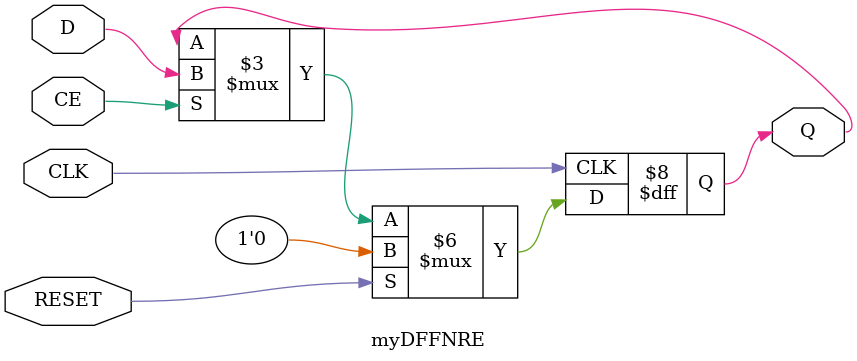
<source format=v>
module myDFFNRE (output reg Q, input D, CLK, CE, RESET);
	parameter [0:0] INIT = 1'b0;
	initial Q = INIT;
	always @(negedge CLK) begin
		if (RESET)
			Q <= 1'b0;
		else if (CE)
			Q <= D;
	end
endmodule
</source>
